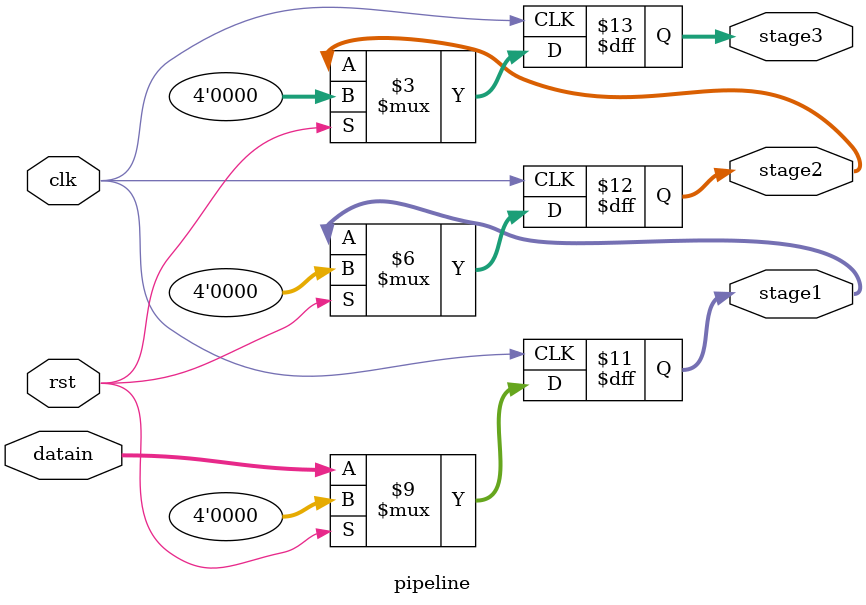
<source format=v>
module pipeline(input clk, rst, input[3:0]datain , output reg [3:0] stage1, stage2, stage3);
always @(posedge clk )begin
 if (rst) begin
stage1 <= 4'b0000;
stage2 <= 4'b0000;
stage3 <= 4'b0000;
end
else begin
stage1 <= datain;
stage2 <= stage1;
stage3 <= stage2;
end
end 
endmodule

</source>
